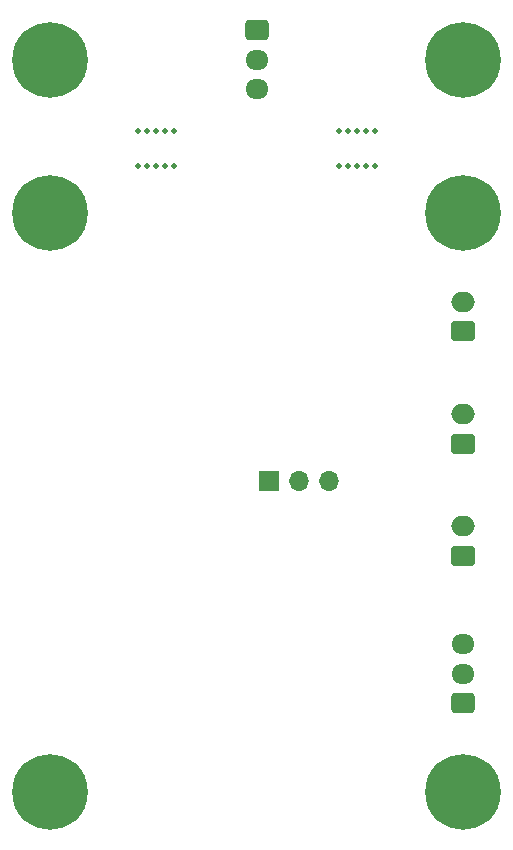
<source format=gbr>
%TF.GenerationSoftware,KiCad,Pcbnew,8.0.5*%
%TF.CreationDate,2025-01-18T16:16:31+01:00*%
%TF.ProjectId,Floppy voltmeter clock,466c6f70-7079-4207-966f-6c746d657465,1.0*%
%TF.SameCoordinates,Original*%
%TF.FileFunction,Soldermask,Bot*%
%TF.FilePolarity,Negative*%
%FSLAX46Y46*%
G04 Gerber Fmt 4.6, Leading zero omitted, Abs format (unit mm)*
G04 Created by KiCad (PCBNEW 8.0.5) date 2025-01-18 16:16:31*
%MOMM*%
%LPD*%
G01*
G04 APERTURE LIST*
G04 Aperture macros list*
%AMRoundRect*
0 Rectangle with rounded corners*
0 $1 Rounding radius*
0 $2 $3 $4 $5 $6 $7 $8 $9 X,Y pos of 4 corners*
0 Add a 4 corners polygon primitive as box body*
4,1,4,$2,$3,$4,$5,$6,$7,$8,$9,$2,$3,0*
0 Add four circle primitives for the rounded corners*
1,1,$1+$1,$2,$3*
1,1,$1+$1,$4,$5*
1,1,$1+$1,$6,$7*
1,1,$1+$1,$8,$9*
0 Add four rect primitives between the rounded corners*
20,1,$1+$1,$2,$3,$4,$5,0*
20,1,$1+$1,$4,$5,$6,$7,0*
20,1,$1+$1,$6,$7,$8,$9,0*
20,1,$1+$1,$8,$9,$2,$3,0*%
G04 Aperture macros list end*
%ADD10RoundRect,0.250000X0.750000X-0.600000X0.750000X0.600000X-0.750000X0.600000X-0.750000X-0.600000X0*%
%ADD11O,2.000000X1.700000*%
%ADD12C,0.800000*%
%ADD13C,6.400000*%
%ADD14RoundRect,0.250000X0.725000X-0.600000X0.725000X0.600000X-0.725000X0.600000X-0.725000X-0.600000X0*%
%ADD15O,1.950000X1.700000*%
%ADD16C,0.500000*%
%ADD17R,1.700000X1.700000*%
%ADD18O,1.700000X1.700000*%
%ADD19RoundRect,0.250000X-0.725000X0.600000X-0.725000X-0.600000X0.725000X-0.600000X0.725000X0.600000X0*%
G04 APERTURE END LIST*
D10*
%TO.C,J5*%
X216000000Y-106500000D03*
D11*
X216000000Y-104000000D03*
%TD*%
D12*
%TO.C,H3*%
X213600000Y-136000000D03*
X214302944Y-134302944D03*
X214302944Y-137697056D03*
X216000000Y-133600000D03*
D13*
X216000000Y-136000000D03*
D12*
X216000000Y-138400000D03*
X217697056Y-134302944D03*
X217697056Y-137697056D03*
X218400000Y-136000000D03*
%TD*%
D14*
%TO.C,J3*%
X216000000Y-128500000D03*
D15*
X216000000Y-126000000D03*
X216000000Y-123500000D03*
%TD*%
D12*
%TO.C,H4*%
X178600000Y-136000000D03*
X179302944Y-134302944D03*
X179302944Y-137697056D03*
X181000000Y-133600000D03*
D13*
X181000000Y-136000000D03*
D12*
X181000000Y-138400000D03*
X182697056Y-134302944D03*
X182697056Y-137697056D03*
X183400000Y-136000000D03*
%TD*%
D16*
%TO.C,mouse-bite-3mm-slot*%
X205488000Y-80000000D03*
X205488000Y-83000000D03*
X206238000Y-83000000D03*
X206250000Y-80000000D03*
X207000000Y-80000000D03*
X207000000Y-83000000D03*
X207750000Y-80000000D03*
X207750000Y-83000000D03*
X208524000Y-80000000D03*
X208524000Y-83000000D03*
%TD*%
D12*
%TO.C,H2*%
X213600000Y-87000000D03*
X214302944Y-85302944D03*
X214302944Y-88697056D03*
X216000000Y-84600000D03*
D13*
X216000000Y-87000000D03*
D12*
X216000000Y-89400000D03*
X217697056Y-85302944D03*
X217697056Y-88697056D03*
X218400000Y-87000000D03*
%TD*%
D10*
%TO.C,J6*%
X216000000Y-97000000D03*
D11*
X216000000Y-94500000D03*
%TD*%
D10*
%TO.C,J4*%
X216000000Y-116000000D03*
D11*
X216000000Y-113500000D03*
%TD*%
D17*
%TO.C,J7*%
X199505000Y-109711000D03*
D18*
X202045000Y-109711000D03*
X204585000Y-109711000D03*
%TD*%
D12*
%TO.C,H5*%
X178600000Y-74000000D03*
X179302944Y-72302944D03*
X179302944Y-75697056D03*
X181000000Y-71600000D03*
D13*
X181000000Y-74000000D03*
D12*
X181000000Y-76400000D03*
X182697056Y-72302944D03*
X182697056Y-75697056D03*
X183400000Y-74000000D03*
%TD*%
%TO.C,H1*%
X178600000Y-87000000D03*
X179302944Y-85302944D03*
X179302944Y-88697056D03*
X181000000Y-84600000D03*
D13*
X181000000Y-87000000D03*
D12*
X181000000Y-89400000D03*
X182697056Y-85302944D03*
X182697056Y-88697056D03*
X183400000Y-87000000D03*
%TD*%
%TO.C,H6*%
X213600000Y-74000000D03*
X214302944Y-72302944D03*
X214302944Y-75697056D03*
X216000000Y-71600000D03*
D13*
X216000000Y-74000000D03*
D12*
X216000000Y-76400000D03*
X217697056Y-72302944D03*
X217697056Y-75697056D03*
X218400000Y-74000000D03*
%TD*%
D16*
%TO.C,mouse-bite-3mm-slot*%
X188488000Y-80000000D03*
X188488000Y-83000000D03*
X189238000Y-83000000D03*
X189250000Y-80000000D03*
X190000000Y-80000000D03*
X190000000Y-83000000D03*
X190750000Y-80000000D03*
X190750000Y-83000000D03*
X191524000Y-80000000D03*
X191524000Y-83000000D03*
%TD*%
D19*
%TO.C,J1*%
X198525000Y-71500000D03*
D15*
X198525000Y-74000000D03*
X198525000Y-76500000D03*
%TD*%
M02*

</source>
